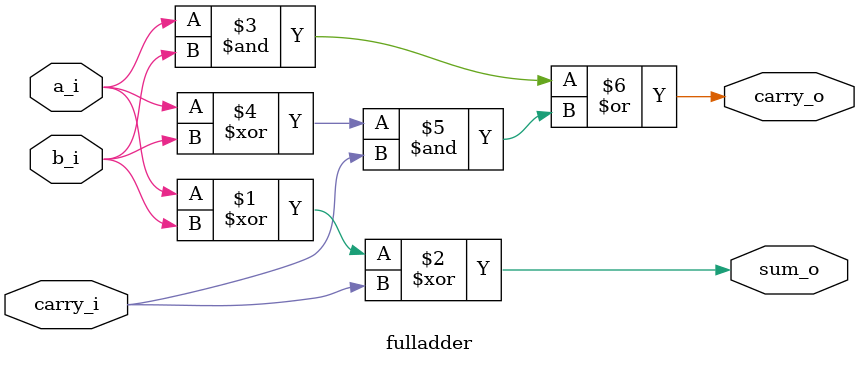
<source format=sv>
module fulladder(
    input logic a_i,
    input logic b_i,
    input logic carry_i,
    output logic sum_o,
    output logic carry_o
);
assign sum_o = (a_i ^ b_i) ^ carry_i;
assign carry_o = (a_i & b_i) | ((a_i ^ b_i) & carry_i);
endmodule

</source>
